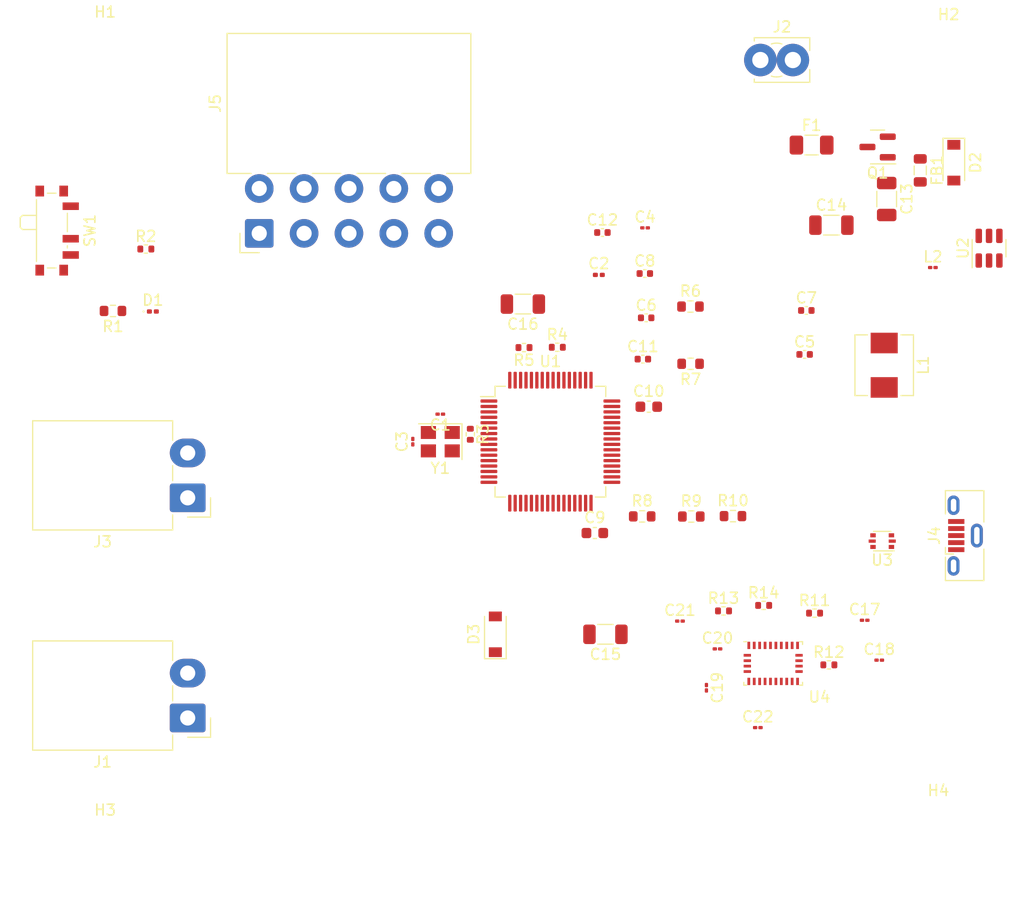
<source format=kicad_pcb>
(kicad_pcb (version 20211014) (generator pcbnew)
  (layers (0 "F.Cu" signal) (1 "In1.Cu" signal) (2 "In2.Cu" signal) (31 "B.Cu" signal) (34 "B.Paste" user) (35 "F.Paste" user) (36 "B.SilkS" user "B.Silkscreen") (37 "F.SilkS" user "F.Silkscreen") (38 "B.Mask" user) (39 "F.Mask" user) (44 "Edge.Cuts" user))
  (net 0 "")
  (net 1 "HSE_in")
  (net 2 "GND")
  (net 3 "+3V3")
  (net 4 "Net-(C3-Pad1)")
  (net 5 "+3.3VA")
  (net 6 "Net-(C9-Pad1)")
  (net 7 "Net-(C10-Pad1)")
  (net 8 "BUCK_IN")
  (net 9 "BUCK_BST")
  (net 10 "BUCK_SW")
  (net 11 "Net-(D1-Pad1)")
  (net 12 "LED_STATUS")
  (net 13 "Net-(D2-Pad1)")
  (net 14 "+5V")
  (net 15 "+12V")
  (net 16 "Net-(F1-Pad2)")
  (net 17 "i2C1_SCL")
  (net 18 "UART_TX")
  (net 19 "USB_CONN-")
  (net 20 "USB_CONN+")
  (net 23 "SWDIO")
  (net 24 "SWCLK")
  (net 25 "SWO")
  (net 28 "reset")
  (net 29 "BOOT")
  (net 30 "Net-(R2-Pad2)")
  (net 31 "HSE_out")
  (net 32 "i2C1_SDA")
  (net 33 "BUCK_OUT")
  (net 34 "BUCK_FB")
  (net 35 "Net-(R10-Pad1)")
  (net 36 "GNDIO")
  (net 56 "UART_RX")
  (net 68 "USB D-")
  (net 69 "USB D+")
  (net 77 "VDDIO")
  (net 78 "Y_OUT")
  (net 79 "Net-(C21-Pad1)")
  (net 80 "Net-(C22-Pad2)")
  (net 81 "i2C2_SDA")
  (net 82 "i2C2_SCL")
  (net 83 "Net-(R13-Pad2)")
  (net 84 "Y_IN")
  (footprint "Connector_TE-Connectivity:TE_MATE-N-LOK_1-770971-x_2x05_P4.14mm_Horizontal" (layer "F.Cu") (at 105.2072 77.2932 90)
    (fp_text reference "J5" (at 11.99 -4.06 90) (layer "F.SilkS"))
    (fp_text value "SWD")
    (fp_line (start 5.53 -2.97) (end 18.45 -2.97) (layer "F.SilkS") (width 0.12))
    (fp_line (start 5.53 -0.751199) (end 5.53 -2.97) (layer "F.SilkS") (width 0.12))
    (fp_line (start 5.53 0.751199) (end 5.53 3.388801) (layer "F.SilkS") (width 0.12))
    (fp_line (start 5.53 4.891199) (end 5.53 7.528801) (layer "F.SilkS") (width 0.12))
    (fp_line (start 18.45 19.53) (end 5.53 19.53) (layer "F.SilkS") (width 0.12))
    (fp_line (start 5.53 13.171199) (end 5.53 15.808801) (layer "F.SilkS") (width 0.12))
    (fp_line (start 18.45 -2.97) (end 18.45 19.53) (layer "F.SilkS") (width 0.12))
    (fp_line (start 5.53 19.53) (end 5.53 17.311199) (layer "F.SilkS") (width 0.12))
    (fp_line (start 5.53 9.031199) (end 5.53 11.668801) (layer "F.SilkS") (width 0.12))
    (fp_line (start -1.78 -1.78) (end -1.78 0) (layer "F.SilkS") (width 0.12))
    (fp_line (start 0 -1.78) (end -1.78 -1.78) (layer "F.SilkS") (width 0.12))
    (pad "" np_thru_hole circle (at 11.48 8.28 90) (size 3.86 3.86) (drill 3.86) (layers *.Cu *.Mask))
    (pad "1" thru_hole roundrect (at 0 0 90) (size 2.64 2.64) (drill 1.4) (layers *.Cu *.Mask) (roundrect_rratio 0.094697) (net 3 "+3V3"))
    (pad "2" thru_hole circle (at 0 4.14 90) (size 2.64 2.64) (drill 1.4) (layers *.Cu *.Mask) (net 23 "SWDIO"))
    (pad "3" thru_hole circle (at 0 8.28 90) (size 2.64 2.64) (drill 1.4) (layers *.Cu *.Mask) (net 2 "GND"))
    (pad "4" thru_hole circle (at 0 12.42 90) (size 2.64 2.64) (drill 1.4) (layers *.Cu *.Mask) (net 24 "SWCLK"))
    (pad "5" thru_hole circle (at 0 16.56 90) (size 2.64 2.64) (drill 1.4) (layers *.Cu *.Mask) (net 2 "GND"))
    (pad "6" thru_hole circle (at 4.14 0 90) (size 2.64 2.64) (drill 1.4) (layers *.Cu *.Mask) (net 25 "SWO"))
    (pad "7" thru_hole circle (at 4.14 4.14 90) (size 2.64 2.64) (drill 1.4) (layers *.Cu *.Mask))
    (pad "8" thru_hole circle (at 4.14 8.28 90) (size 2.64 2.64) (drill 1.4) (layers *.Cu *.Mask))
    (pad "9" thru_hole circle (at 4.14 12.42 90) (size 2.64 2.64) (drill 1.4) (layers *.Cu *.Mask) (net 2 "GND"))
    (pad "10" thru_hole circle (at 4.14 16.56 90) (size 2.64 2.64) (drill 1.4) (layers *.Cu *.Mask) (net 28 "reset"))
  )
  (footprint "Capacitor_SMD:C_1206_3216Metric" (layer "F.Cu") (at 158.0152 76.5357)
    (fp_text reference "C14" (at 0 -1.85) (layer "F.SilkS"))
    (fp_text value "10n")
    (fp_line (start -0.711252 -0.91) (end 0.711252 -0.91) (layer "F.SilkS") (width 0.12))
    (fp_line (start -0.711252 0.91) (end 0.711252 0.91) (layer "F.SilkS") (width 0.12))
    (pad "1" smd roundrect (at -1.475 0) (size 1.15 1.8) (layers "F.Cu" "F.Paste" "F.Mask") (roundrect_rratio 0.217391) (net 9 "BUCK_BST"))
    (pad "2" smd roundrect (at 1.475 0) (size 1.15 1.8) (layers "F.Cu" "F.Paste" "F.Mask") (roundrect_rratio 0.217391) (net 10 "BUCK_SW"))
  )
  (footprint "Capacitor_SMD:C_1206_3216Metric" (layer "F.Cu") (at 137.16 114.3 180)
    (fp_text reference "C15" (at 0 -1.85) (layer "F.SilkS"))
    (fp_text value "10u")
    (fp_line (start -0.711252 0.91) (end 0.711252 0.91) (layer "F.SilkS") (width 0.12))
    (fp_line (start -0.711252 -0.91) (end 0.711252 -0.91) (layer "F.SilkS") (width 0.12))
    (pad "1" smd roundrect (at -1.475 0 180) (size 1.15 1.8) (layers "F.Cu" "F.Paste" "F.Mask") (roundrect_rratio 0.217391) (net 3 "+3V3"))
    (pad "2" smd roundrect (at 1.475 0 180) (size 1.15 1.8) (layers "F.Cu" "F.Paste" "F.Mask") (roundrect_rratio 0.217391) (net 2 "GND"))
  )
  (footprint "Diode_SMD:D_SOD-123" (layer "F.Cu") (at 169.3164 70.7699 -90)
    (fp_text reference "D2" (at 0 -2 90) (layer "F.SilkS"))
    (fp_text value "b5819w")
    (fp_line (start -2.25 -1) (end 1.65 -1) (layer "F.SilkS") (width 0.12))
    (fp_line (start -2.25 1) (end 1.65 1) (layer "F.SilkS") (width 0.12))
    (fp_line (start -2.25 -1) (end -2.25 1) (layer "F.SilkS") (width 0.12))
    (pad "1" smd rect (at -1.65 0 270) (size 0.9 1.2) (layers "F.Cu" "F.Paste" "F.Mask") (net 13 "Net-(D2-Pad1)"))
    (pad "2" smd rect (at 1.65 0 270) (size 0.9 1.2) (layers "F.Cu" "F.Paste" "F.Mask") (net 14 "+5V"))
  )
  (footprint "Capacitor_SMD:C_01005_0402Metric" (layer "F.Cu") (at 162.433 116.6866)
    (fp_text reference "C18" (at 0 -1) (layer "F.SilkS"))
    (fp_text value "120nF")
    (pad "1" smd roundrect (at -0.25 0) (size 0.4 0.3) (layers "F.Cu" "F.Mask") (net 36 "GNDIO"))
    (pad "2" smd roundrect (at 0.25 0) (size 0.4 0.3) (layers "F.Cu" "F.Mask") (net 77 "VDDIO"))
  )
  (footprint "TerminalBlock_MetzConnect:TerminalBlock_MetzConnect_360273_1x01_Horizontal_ScrewM2.6_WireProtection" (layer "F.Cu") (at 151.4602 61.2957)
    (fp_text reference "J2" (at 2 -3.06) (layer "F.SilkS"))
    (fp_text value "Screw_Terminal_01x02")
    (fp_line (start 4.56 -2.06) (end 4.56 -0.885) (layer "F.SilkS") (width 0.12))
    (fp_line (start -0.56 1.755) (end -0.56 2.06) (layer "F.SilkS") (width 0.12))
    (fp_line (start -0.56 2.06) (end 4.56 2.06) (layer "F.SilkS") (width 0.12))
    (fp_line (start -0.56 -2.06) (end 4.56 -2.06) (layer "F.SilkS") (width 0.12))
    (fp_line (start 4.56 0.885) (end 4.56 2.06) (layer "F.SilkS") (width 0.12))
    (fp_line (start -0.56 -2.06) (end -0.56 -1.755) (layer "F.SilkS") (width 0.12))
    (fp_arc (start 1.018482 -1.484481) (mid 1.500779 -1.560623) (end 1.983 -1.484) (layer "F.SilkS") (width 0.12))
    (fp_arc (start 1.526458 1.560399) (mid 1.268555 1.543366) (end 1.017 1.484) (layer "F.SilkS") (width 0.12))
    (fp_arc (start 1.982067 1.483648) (mid 1.744038 1.540794) (end 1.5 1.56) (layer "F.SilkS") (width 0.12))
    (pad "1" thru_hole circle (at 0 0) (size 3 3) (drill 1.5) (layers *.Cu *.Mask) (net 15 "+12V"))
    (pad "1" thru_hole circle (at 3 0) (size 3 3) (drill 1.5) (layers *.Cu *.Mask) (net 15 "+12V"))
  )
  (footprint "Resistor_SMD:R_0402_1005Metric" (layer "F.Cu") (at 156.462 112.3442)
    (fp_text reference "R11" (at 0 -1.17) (layer "F.SilkS"))
    (fp_text value "2k2")
    (fp_line (start -0.153641 -0.38) (end 0.153641 -0.38) (layer "F.SilkS") (width 0.12))
    (fp_line (start -0.153641 0.38) (end 0.153641 0.38) (layer "F.SilkS") (width 0.12))
    (pad "1" smd roundrect (at -0.51 0) (size 0.54 0.64) (layers "F.Cu" "F.Paste" "F.Mask") (net 81 "i2C2_SDA"))
    (pad "2" smd roundrect (at 0.51 0) (size 0.54 0.64) (layers "F.Cu" "F.Paste" "F.Mask") (net 3 "+3V3"))
  )
  (footprint "Capacitor_SMD:C_0402_1005Metric" (layer "F.Cu") (at 136.8806 77.216)
    (fp_text reference "C12" (at 0 -1.16) (layer "F.SilkS"))
    (fp_text value "100n")
    (fp_line (start -0.107836 0.36) (end 0.107836 0.36) (layer "F.SilkS") (width 0.12))
    (fp_line (start -0.107836 -0.36) (end 0.107836 -0.36) (layer "F.SilkS") (width 0.12))
    (pad "1" smd roundrect (at -0.48 0) (size 0.56 0.62) (layers "F.Cu" "F.Paste" "F.Mask") (net 3 "+3V3"))
    (pad "2" smd roundrect (at 0.48 0) (size 0.56 0.62) (layers "F.Cu" "F.Paste" "F.Mask") (net 2 "GND"))
  )
  (footprint "Diode_SMD:D_SOD-123" (layer "F.Cu") (at 127 114.3 90)
    (fp_text reference "D3" (at 0 -2 90) (layer "F.SilkS"))
    (fp_text value "b5819w")
    (fp_line (start -2.25 -1) (end 1.65 -1) (layer "F.SilkS") (width 0.12))
    (fp_line (start -2.25 -1) (end -2.25 1) (layer "F.SilkS") (width 0.12))
    (fp_line (start -2.25 1) (end 1.65 1) (layer "F.SilkS") (width 0.12))
    (pad "1" smd rect (at -1.65 0 90) (size 0.9 1.2) (layers "F.Cu" "F.Paste" "F.Mask") (net 10 "BUCK_SW"))
    (pad "2" smd rect (at 1.65 0 90) (size 0.9 1.2) (layers "F.Cu" "F.Paste" "F.Mask") (net 2 "GND"))
  )
  (footprint "Capacitor_SMD:C_0603_1608Metric" (layer "F.Cu") (at 141.1608 93.2942)
    (fp_text reference "C10" (at 0 -1.43) (layer "F.SilkS"))
    (fp_text value "2n2")
    (fp_line (start -0.14058 -0.51) (end 0.14058 -0.51) (layer "F.SilkS") (width 0.12))
    (fp_line (start -0.14058 0.51) (end 0.14058 0.51) (layer "F.SilkS") (width 0.12))
    (pad "1" smd roundrect (at -0.775 0) (size 0.9 0.95) (layers "F.Cu" "F.Paste" "F.Mask") (net 7 "Net-(C10-Pad1)"))
    (pad "2" smd roundrect (at 0.775 0) (size 0.9 0.95) (layers "F.Cu" "F.Paste" "F.Mask") (net 2 "GND"))
  )
  (footprint "Capacitor_SMD:C_01005_0402Metric" (layer "F.Cu") (at 161.0868 113.0046)
    (fp_text reference "C17" (at 0 -1) (layer "F.SilkS"))
    (fp_text value "6.8nF")
    (pad "1" smd roundrect (at -0.25 0) (size 0.4 0.3) (layers "F.Cu" "F.Mask") (net 36 "GNDIO"))
    (pad "2" smd roundrect (at 0.25 0) (size 0.4 0.3) (layers "F.Cu" "F.Mask") (net 77 "VDDIO"))
  )
  (footprint "Capacitor_SMD:C_01005_0402Metric" (layer "F.Cu") (at 151.2272 122.9106)
    (fp_text reference "C22" (at 0 -1) (layer "F.SilkS"))
    (fp_text value "100nF")
    (pad "1" smd roundrect (at -0.25 0) (size 0.4 0.3) (layers "F.Cu" "F.Mask") (net 2 "GND"))
    (pad "2" smd roundrect (at 0.25 0) (size 0.4 0.3) (layers "F.Cu" "F.Mask") (net 80 "Net-(C22-Pad2)"))
  )
  (footprint "Capacitor_SMD:C_0201_0603Metric" (layer "F.Cu") (at 136.5504 81.1276)
    (fp_text reference "C2" (at 0 -1.05) (layer "F.SilkS"))
    (fp_text value "4u7")
    (pad "1" smd roundrect (at -0.32 0) (size 0.46 0.4) (layers "F.Cu" "F.Mask") (net 3 "+3V3"))
    (pad "2" smd roundrect (at 0.32 0) (size 0.46 0.4) (layers "F.Cu" "F.Mask") (net 2 "GND"))
  )
  (footprint "Fuse:Fuse_1206_3216Metric" (layer "F.Cu") (at 156.1876 69.1443)
    (fp_text reference "F1" (at 0 -1.82) (layer "F.SilkS"))
    (fp_text value "250mA")
    (fp_line (start -0.602064 -0.91) (end 0.602064 -0.91) (layer "F.SilkS") (width 0.12))
    (fp_line (start -0.602064 0.91) (end 0.602064 0.91) (layer "F.SilkS") (width 0.12))
    (pad "1" smd roundrect (at -1.4 0) (size 1.25 1.75) (layers "F.Cu" "F.Paste" "F.Mask") (roundrect_rratio 0.2) (net 15 "+12V"))
    (pad "2" smd roundrect (at 1.4 0) (size 1.25 1.75) (layers "F.Cu" "F.Paste" "F.Mask") (roundrect_rratio 0.2) (net 16 "Net-(F1-Pad2)"))
  )
  (footprint "Capacitor_SMD:C_1206_3216Metric" (layer "F.Cu") (at 129.54 83.82 180)
    (fp_text reference "C16" (at 0 -1.85) (layer "F.SilkS"))
    (fp_text value "10u")
    (fp_line (start -0.711252 0.91) (end 0.711252 0.91) (layer "F.SilkS") (width 0.12))
    (fp_line (start -0.711252 -0.91) (end 0.711252 -0.91) (layer "F.SilkS") (width 0.12))
    (pad "1" smd roundrect (at -1.475 0 180) (size 1.15 1.8) (layers "F.Cu" "F.Paste" "F.Mask") (roundrect_rratio 0.217391) (net 3 "+3V3"))
    (pad "2" smd roundrect (at 1.475 0 180) (size 1.15 1.8) (layers "F.Cu" "F.Paste" "F.Mask") (roundrect_rratio 0.217391) (net 2 "GND"))
  )
  (footprint "Capacitor_SMD:C_0402_1005Metric" (layer "F.Cu") (at 140.7948 81.0006)
    (fp_text reference "C8" (at 0 -1.16) (layer "F.SilkS"))
    (fp_text value "100n")
    (fp_line (start -0.107836 -0.36) (end 0.107836 -0.36) (layer "F.SilkS") (width 0.12))
    (fp_line (start -0.107836 0.36) (end 0.107836 0.36) (layer "F.SilkS") (width 0.12))
    (pad "1" smd roundrect (at -0.48 0) (size 0.56 0.62) (layers "F.Cu" "F.Paste" "F.Mask") (net 3 "+3V3"))
    (pad "2" smd roundrect (at 0.48 0) (size 0.56 0.62) (layers "F.Cu" "F.Paste" "F.Mask") (net 2 "GND"))
  )
  (footprint "Resistor_SMD:R_0603_1608Metric" (layer "F.Cu") (at 148.9338 103.3914)
    (fp_text reference "R10" (at 0 -1.43) (layer "F.SilkS"))
    (fp_text value "270r")
    (fp_line (start -0.237258 -0.5225) (end 0.237258 -0.5225) (layer "F.SilkS") (width 0.12))
    (fp_line (start -0.237258 0.5225) (end 0.237258 0.5225) (layer "F.SilkS") (width 0.12))
    (pad "1" smd roundrect (at -0.825 0) (size 0.8 0.95) (layers "F.Cu" "F.Paste" "F.Mask") (net 35 "Net-(R10-Pad1)"))
    (pad "2" smd roundrect (at 0.825 0) (size 0.8 0.95) (layers "F.Cu" "F.Paste" "F.Mask") (net 2 "GND"))
  )
  (footprint "Inductor_SMD:L_01005_0402Metric" (layer "F.Cu") (at 167.3816 80.4473)
    (fp_text reference "L2" (at 0 -1) (layer "F.SilkS"))
    (fp_text value "10uh")
    (pad "1" smd roundrect (at -0.25 0) (size 0.4 0.3) (layers "F.Cu" "F.Mask") (net 10 "BUCK_SW"))
    (pad "2" smd roundrect (at 0.25 0) (size 0.4 0.3) (layers "F.Cu" "F.Mask") (net 3 "+3V3"))
  )
  (footprint "Inductor_SMD:L_0805_2012Metric" (layer "F.Cu") (at 166.2176 71.4811 -90)
    (fp_text reference "FB1" (at 0 -1.55 90) (layer "F.SilkS"))
    (fp_text value "FerriteBead_Small")
    (fp_line (start -0.399622 -0.56) (end 0.399622 -0.56) (layer "F.SilkS") (width 0.12))
    (fp_line (start -0.399622 0.56) (end 0.399622 0.56) (layer "F.SilkS") (width 0.12))
    (pad "1" smd roundrect (at -1.0625 0 270) (size 0.875 1.2) (layers "F.Cu" "F.Paste" "F.Mask") (net 13 "Net-(D2-Pad1)"))
    (pad "2" smd roundrect (at 1.0625 0 270) (size 0.875 1.2) (layers "F.Cu" "F.Paste" "F.Mask") (net 8 "BUCK_IN"))
  )
  (footprint "Capacitor_SMD:C_0402_1005Metric" (layer "F.Cu") (at 140.9192 85.09)
    (fp_text reference "C6" (at 0 -1.16) (layer "F.SilkS"))
    (fp_text value "100n")
    (fp_line (start -0.107836 0.36) (end 0.107836 0.36) (layer "F.SilkS") (width 0.12))
    (fp_line (start -0.107836 -0.36) (end 0.107836 -0.36) (layer "F.SilkS") (width 0.12))
    (pad "1" smd roundrect (at -0.48 0) (size 0.56 0.62) (layers "F.Cu" "F.Paste" "F.Mask") (net 3 "+3V3"))
    (pad "2" smd roundrect (at 0.48 0) (size 0.56 0.62) (layers "F.Cu" "F.Paste" "F.Mask") (net 2 "GND"))
  )
  (footprint "Resistor_SMD:R_0603_1608Metric" (layer "F.Cu") (at 145.0086 84.0486)
    (fp_text reference "R6" (at 0 -1.43) (layer "F.SilkS"))
    (fp_text value "100k")
    (fp_line (start -0.237258 0.5225) (end 0.237258 0.5225) (layer "F.SilkS") (width 0.12))
    (fp_line (start -0.237258 -0.5225) (end 0.237258 -0.5225) (layer "F.SilkS") (width 0.12))
    (pad "1" smd roundrect (at -0.825 0) (size 0.8 0.95) (layers "F.Cu" "F.Paste" "F.Mask") (net 8 "BUCK_IN"))
    (pad "2" smd roundrect (at 0.825 0) (size 0.8 0.95) (layers "F.Cu" "F.Paste" "F.Mask") (net 33 "BUCK_OUT"))
  )
  (footprint "Capacitor_SMD:C_0603_1608Metric" (layer "F.Cu") (at 136.1824 104.9528)
    (fp_text reference "C9" (at 0 -1.43) (layer "F.SilkS"))
    (fp_text value "2n2")
    (fp_line (start -0.14058 0.51) (end 0.14058 0.51) (layer "F.SilkS") (width 0.12))
    (fp_line (start -0.14058 -0.51) (end 0.14058 -0.51) (layer "F.SilkS") (width 0.12))
    (pad "1" smd roundrect (at -0.775 0) (size 0.9 0.95) (layers "F.Cu" "F.Paste" "F.Mask") (net 6 "Net-(C9-Pad1)"))
    (pad "2" smd roundrect (at 0.775 0) (size 0.9 0.95) (layers "F.Cu" "F.Paste" "F.Mask") (net 2 "GND"))
  )
  (footprint "LED_SMD:LED_0201_0603Metric" (layer "F.Cu") (at 95.3876 84.5058)
    (fp_text reference "D1" (at 0 -1.05) (layer "F.SilkS"))
    (fp_text value "Blue")
    (fp_circle (center -0.86 0) (end -0.81 0) (layer "F.SilkS") (width 0.1) (fill none))
    (pad "1" smd roundrect (at -0.32 0) (size 0.46 0.4) (layers "F.Cu" "F.Mask") (net 11 "Net-(D1-Pad1)"))
    (pad "2" smd roundrect (at 0.32 0) (size 0.46 0.4) (layers "F.Cu" "F.Mask") (net 12 "LED_STATUS"))
  )
  (footprint "Capacitor_SMD:C_0402_1005Metric" (layer "F.Cu") (at 155.702 84.4097)
    (fp_text reference "C7" (at 0 -1.16) (layer "F.SilkS"))
    (fp_text value "10n")
    (fp_line (start -0.107836 0.36) (end 0.107836 0.36) (layer "F.SilkS") (width 0.12))
    (fp_line (start -0.107836 -0.36) (end 0.107836 -0.36) (layer "F.SilkS") (width 0.12))
    (pad "1" smd roundrect (at -0.48 0) (size 0.56 0.62) (layers "F.Cu" "F.Paste" "F.Mask") (net 5 "+3.3VA"))
    (pad "2" smd roundrect (at 0.48 0) (size 0.56 0.62) (layers "F.Cu" "F.Paste" "F.Mask") (net 2 "GND"))
  )
  (footprint "Resistor_SMD:R_0603_1608Metric" (layer "F.Cu") (at 145.0848 103.4288)
    (fp_text reference "R9" (at 0 -1.43) (layer "F.SilkS"))
    (fp_text value "15")
    (fp_line (start -0.237258 -0.5225) (end 0.237258 -0.5225) (layer "F.SilkS") (width 0.12))
    (fp_line (start -0.237258 0.5225) (end 0.237258 0.5225) (layer "F.SilkS") (width 0.12))
    (pad "1" smd roundrect (at -0.825 0) (size 0.8 0.95) (layers "F.Cu" "F.Paste" "F.Mask") (net 34 "BUCK_FB"))
    (pad "2" smd roundrect (at 0.825 0) (size 0.8 0.95) (layers "F.Cu" "F.Paste" "F.Mask") (net 35 "Net-(R10-Pad1)"))
  )
  (footprint "MountingHole:MountingHole_3.2mm_M3" (layer "F.Cu") (at 168.8402 61.2957)
    (fp_text reference "H2" (at 0 -4.2) (layer "F.SilkS"))
    (fp_text value "MountingHole_Pad")
    (pad "" np_thru_hole circle (at 0 0) (size 3.2 3.2) (drill 3.2) (layers *.Cu *.Mask))
  )
  (footprint "Resistor_SMD:R_0402_1005Metric" (layer "F.Cu") (at 129.6436 87.8332 180)
    (fp_text reference "R5" (at 0 -1.17) (layer "F.SilkS"))
    (fp_text value "2k2")
    (fp_line (start -0.153641 0.38) (end 0.153641 0.38) (layer "F.SilkS") (width 0.12))
    (fp_line (start -0.153641 -0.38) (end 0.153641 -0.38) (layer "F.SilkS") (width 0.12))
    (pad "1" smd roundrect (at -0.51 0 180) (size 0.54 0.64) (layers "F.Cu" "F.Paste" "F.Mask") (net 32 "i2C1_SDA"))
    (pad "2" smd roundrect (at 0.51 0 180) (size 0.54 0.64) (layers "F.Cu" "F.Paste" "F.Mask") (net 3 "+3V3"))
  )
  (footprint "Capacitor_SMD:C_01005_0402Metric" (layer "F.Cu") (at 119.38 96.52 90)
    (fp_text reference "C3" (at 0 -1 90) (layer "F.SilkS"))
    (fp_text value "12p")
    (pad "1" smd roundrect (at -0.25 0 90) (size 0.4 0.3) (layers "F.Cu" "F.Mask") (net 4 "Net-(C3-Pad1)"))
    (pad "2" smd roundrect (at 0.25 0 90) (size 0.4 0.3) (layers "F.Cu" "F.Mask") (net 2 "GND"))
  )
  (footprint "Capacitor_SMD:C_01005_0402Metric" (layer "F.Cu") (at 146.4818 119.232 -90)
    (fp_text reference "C19" (at 0 -1 90) (layer "F.SilkS"))
    (fp_text value "100nF")
    (pad "1" smd roundrect (at -0.25 0 270) (size 0.4 0.3) (layers "F.Cu" "F.Mask") (net 3 "+3V3"))
    (pad "2" smd roundrect (at 0.25 0 270) (size 0.4 0.3) (layers "F.Cu" "F.Mask") (net 2 "GND"))
  )
  (footprint "Capacitor_SMD:C_0402_1005Metric" (layer "F.Cu") (at 140.6144 88.9)
    (fp_text reference "C11" (at 0 -1.16) (layer "F.SilkS"))
    (fp_text value "100n")
    (fp_line (start -0.107836 0.36) (end 0.107836 0.36) (layer "F.SilkS") (width 0.12))
    (fp_line (start -0.107836 -0.36) (end 0.107836 -0.36) (layer "F.SilkS") (width 0.12))
    (pad "1" smd roundrect (at -0.48 0) (size 0.56 0.62) (layers "F.Cu" "F.Paste" "F.Mask") (net 3 "+3V3"))
    (pad "2" smd roundrect (at 0.48 0) (size 0.56 0.62) (layers "F.Cu" "F.Paste" "F.Mask") (net 2 "GND"))
  )
  (footprint "Inductor_SMD:L_Sunlord_MWSA0518_5.4x5.2mm" (layer "F.Cu") (at 162.8902 89.4643 -90)
    (fp_text reference "L1" (at 0 -3.6 90) (layer "F.SilkS"))
    (fp_text value "39h")
    (fp_line (start -2.8 2.7) (end -2.8 1.55) (layer "F.SilkS") (width 0.12))
    (fp_line (start -2.8 -2.7) (end -2.8 -1.55) (layer "F.SilkS") (width 0.12))
    (fp_line (start -2.8 2.7) (end 2.8 2.7) (layer "F.SilkS") (width 0.12))
    (fp_line (start -2.8 -2.7) (end 2.8 -2.7) (layer "F.SilkS") (width 0.12))
    (fp_line (start 2.8 -2.7) (end 2.8 -1.55) (layer "F.SilkS") (width 0.12))
    (fp_line (start 2.8 2.7) (end 2.8 1.55) (layer "F.SilkS") (width 0.12))
    (pad "1" smd rect (at -2.05 0 270) (size 1.9 2.5) (layers "F.Cu" "F.Paste" "F.Mask") (net 3 "+3V3"))
    (pad "2" smd rect (at 2.05 0 270) (size 1.9 2.5) (layers "F.Cu" "F.Paste" "F.Mask") (net 5 "+3.3VA"))
  )
  (footprint "MountingHole:MountingHole_3.2mm_M3" (layer "F.Cu") (at 167.894 132.9182)
    (fp_text reference "H4" (at 0 -4.2) (layer "F.SilkS"))
    (fp_text value "MountingHole_Pad")
    (pad "" np_thru_hole circle (at 0 0) (size 3.2 3.2) (drill 3.2) (layers *.Cu *.Mask))
  )
  (footprint "Resistor_SMD:R_0603_1608Metric" (layer "F.Cu") (at 145.0208 89.3318 180)
    (fp_text reference "R7" (at 0 -1.43) (layer "F.SilkS"))
    (fp_text value "68k")
    (fp_line (start -0.237258 -0.5225) (end 0.237258 -0.5225) (layer "F.SilkS") (width 0.12))
    (fp_line (start -0.237258 0.5225) (end 0.237258 0.5225) (layer "F.SilkS") (width 0.12))
    (pad "1" smd roundrect (at -0.825 0 180) (size 0.8 0.95) (layers "F.Cu" "F.Paste" "F.Mask") (net 33 "BUCK_OUT"))
    (pad "2" smd roundrect (at 0.825 0 180) (size 0.8 0.95) (layers "F.Cu" "F.Paste" "F.Mask") (net 2 "GND"))
  )
  (footprint "Capacitor_SMD:C_01005_0402Metric" (layer "F.Cu") (at 140.8176 76.7842)
    (fp_text reference "C4" (at 0 -1) (layer "F.SilkS"))
    (fp_text value "100n")
    (pad "1" smd roundrect (at -0.25 0) (size 0.4 0.3) (layers "F.Cu" "F.Mask") (net 3 "+3V3"))
    (pad "2" smd roundrect (at 0.25 0) (size 0.4 0.3) (layers "F.Cu" "F.Mask") (net 2 "GND"))
  )
  (footprint "Button_Switch_SMD:SW_SPDT_PCM12" (layer "F.Cu") (at 86.3778 77.0382 -90)
    (fp_text reference "SW1" (at 0 -3.2 90) (layer "F.SilkS"))
    (fp_text value "SW_SPDT")
    (fp_line (start 3.45 0.72) (end 3.45 -0.07) (layer "F.SilkS") (width 0.12))
    (fp_line (start -1.4 3.02) (end -1.2 3.23) (layer "F.SilkS") (width 0.12))
    (fp_line (start -0.1 3.02) (end -0.3 3.23) (layer "F.SilkS") (width 0.12))
    (fp_line (start -1.2 3.23) (end -0.3 3.23) (layer "F.SilkS") (width 0.12))
    (fp_line (start 1.4 -1.12) (end 1.6 -1.12) (layer "F.SilkS") (width 0.12))
    (fp_line (start -2.85 1.73) (end 2.85 1.73) (layer "F.SilkS") (width 0.12))
    (fp_line (start -1.4 1.73) (end -1.4 3.02) (layer "F.SilkS") (width 0.12))
    (fp_line (start -1.6 -1.12) (end 0.1 -1.12) (layer "F.SilkS") (width 0.12))
    (fp_line (start -0.1 3.02) (end -0.1 1.73) (layer "F.SilkS") (width 0.12))
    (fp_line (start -3.45 -0.07) (end -3.45 0.72) (layer "F.SilkS") (width 0.12))
    (pad "" smd rect (at -3.65 1.43 270) (size 1 0.8) (layers "F.Cu" "F.Paste" "F.Mask"))
    (pad "" smd rect (at 3.65 1.43 270) (size 1 0.8) (layers "F.Cu" "F.Paste" "F.Mask"))
    (pad "" np_thru_hole circle (at -1.5 0.33 270) (size 0.9 0.9) (drill 0.9) (layers *.Cu *.Mask))
    (pad "" smd rect (at -3.65 -0.78 270) (size 1 0.8) (layers "F.Cu" "F.Paste" "F.Mask"))
    (pad "" smd rect (at 3.65 -0.78 270) (size 1 0.8) (layers "F.Cu" "F.Paste" "F.Mask"))
    (pad "" np_thru_hole circle (at 1.5 0.33 270) (size 0.9 0.9) (drill 0.9) (layers *.Cu *.Mask))
    (pad "1" smd rect (at -2.25 -1.43 270) (size 0.7 1.5) (layers "F.Cu" "F.Paste" "F.Mask") (net 3 "+3V3"))
    (pad "2" smd rect (at 0.75 -1.43 270) (size 0.7 1.5) (layers "F.Cu" "F.Paste" "F.Mask") (net 30 "Net-(R2-Pad2)"))
    (pad "3" smd rect (at 2.25 -1.43 270) (size 0.7 1.5) (layers "F.Cu" "F.Paste" "F.Mask") (net 2 "GND"))
  )
  (footprint "Resistor_SMD:R_0603_1608Metric" (layer "F.Cu") (at 91.7072 84.455 180)
    (fp_text reference "R1" (at 0 -1.43) (layer "F.SilkS"))
    (fp_text value "1k5")
    (fp_line (start -0.237258 -0.5225) (end 0.237258 -0.5225) (layer "F.SilkS") (width 0.12))
    (fp_line (start -0.237258 0.5225) (end 0.237258 0.5225) (layer "F.SilkS") (width 0.12))
    (pad "1" smd roundrect (at -0.825 0 180) (size 0.8 0.95) (layers "F.Cu" "F.Paste" "F.Mask") (net 11 "Net-(D1-Pad1)"))
    (pad "2" smd roundrect (at 0.825 0 180) (size 0.8 0.95) (layers "F.Cu" "F.Paste" "F.Mask") (net 2 "GND"))
  )
  (footprint "Package_TO_SOT_SMD:SOT-666" (layer "F.Cu") (at 162.707 105.6995 180)
    (fp_text reference "U3" (at 0 -1.75) (layer "F.SilkS"))
    (fp_text value "USBLC6-2P6")
    (fp_line (start 0.8 -0.9) (end -1.1 -0.9) (layer "F.SilkS") (width 0.12))
    (fp_line (start -0.8 0.9) (end 0.8 0.9) (layer "F.SilkS") (width 0.12))
    (pad "1" smd rect (at -0.85 -0.5375 180) (size 0.5 0.375) (layers "F.Cu" "F.Paste" "F.Mask") (net 19 "USB_CONN-"))
    (pad "2" smd rect (at -0.925 0 180) (size 0.65 0.3) (layers "F.Cu" "F.Paste" "F.Mask") (net 2 "GND"))
    (pad "3" smd rect (at -0.85 0.5375 180) (size 0.5 0.375) (layers "F.Cu" "F.Paste" "F.Mask") (net 20 "USB_CONN+"))
    (pad "4" smd rect (at 0.85 0.5375 180) (size 0.5 0.375) (layers "F.Cu" "F.Paste" "F.Mask") (net 69 "USB D+"))
    (pad "5" smd rect (at 0.925 0 180) (size 0.65 0.3) (layers "F.Cu" "F.Paste" "F.Mask") (net 14 "+5V"))
    (pad "6" smd rect (at 0.85 -0.5375 180) (size 0.5 0.375) (layers "F.Cu" "F.Paste" "F.Mask") (net 68 "USB D-"))
  )
  (footprint "Resistor_SMD:R_0402_1005Metric" (layer "F.Cu") (at 132.717 87.8078)
    (fp_text reference "R4" (at 0 -1.17) (layer "F.SilkS"))
    (fp_text value "2k2")
    (fp_line (start -0.153641 -0.38) (end 0.153641 -0.38) (layer "F.SilkS") (width 0.12))
    (fp_line (start -0.153641 0.38) (end 0.153641 0.38) (layer "F.SilkS") (width 0.12))
    (pad "1" smd roundrect (at -0.51 0) (size 0.54 0.64) (layers "F.Cu" "F.Paste" "F.Mask") (net 17 "i2C1_SCL"))
    (pad "2" smd roundrect (at 0.51 0) (size 0.54 0.64) (layers "F.Cu" "F.Paste" "F.Mask") (net 3 "+3V3"))
  )
  (footprint "Crystal:Crystal_SMD_3225-4Pin_3.2x2.5mm" (layer "F.Cu") (at 121.92 96.52 180)
    (fp_text reference "Y1" (at 0 -2.45) (layer "F.SilkS"))
    (fp_text value "16MHz")
    (fp_line (start -2 -1.65) (end -2 1.65) (layer "F.SilkS") (width 0.12))
    (fp_line (start -2 1.65) (end 2 1.65) (layer "F.SilkS") (width 0.12))
    (pad "1" smd rect (at -1.1 0.85 180) (size 1.4 1.2) (layers "F.Cu" "F.Paste" "F.Mask") (net 1 "HSE_in"))
    (pad "2" smd rect (at 1.1 0.85 180) (size 1.4 1.2) (layers "F.Cu" "F.Paste" "F.Mask") (net 2 "GND"))
    (pad "3" smd rect (at 1.1 -0.85 180) (size 1.4 1.2) (layers "F.Cu" "F.Paste" "F.Mask") (net 4 "Net-(C3-Pad1)"))
    (pad "4" smd rect (at -1.1 -0.85 180) (size 1.4 1.2) (layers "F.Cu" "F.Paste" "F.Mask") (net 2 "GND"))
  )
  (footprint "Resistor_SMD:R_0402_1005Metric" (layer "F.Cu") (at 94.74 78.74)
    (fp_text reference "R2" (at 0 -1.17) (layer "F.SilkS"))
    (fp_text value "10K")
    (fp_line (start -0.153641 -0.38) (end 0.153641 -0.38) (layer "F.SilkS") (width 0.12))
    (fp_line (start -0.153641 0.38) (end 0.153641 0.38) (layer "F.SilkS") (width 0.12))
    (pad "1" smd roundrect (at -0.51 0) (size 0.54 0.64) (layers "F.Cu" "F.Paste" "F.Mask") (net 29 "BOOT"))
    (pad "2" smd roundrect (at 0.51 0) (size 0.54 0.64) (layers "F.Cu" "F.Paste" "F.Mask") (net 30 "Net-(R2-Pad2)"))
  )
  (footprint "Resistor_SMD:R_0402_1005Metric" (layer "F.Cu") (at 124.6886 95.8362 -90)
    (fp_text reference "R3" (at 0 -1.17 90) (layer "F.SilkS"))
    (fp_text value "47R")
    (fp_line (start -0.153641 -0.38) (end 0.153641 -0.38) (layer "F.SilkS") (width 0.12))
    (fp_line (start -0.153641 0.38) (end 0.153641 0.38) (layer "F.SilkS") (width 0.12))
    (pad "1" smd roundrect (at -0.51 0 270) (size 0.54 0.64) (layers "F.Cu" "F.Paste" "F.Mask") (net 31 "HSE_out"))
    (pad "2" smd roundrect (at 0.51 0 270) (size 0.54 0.64) (layers "F.Cu" "F.Paste" "F.Mask") (net 4 "Net-(C3-Pad1)"))
  )
  (footprint "Connector_TE-Connectivity:TE_MATE-N-LOK_1-770966-x_1x02_P4.14mm_Horizontal" (layer "F.Cu") (at 98.6028 122.0216 180)
    (fp_text reference "J1" (at 7.85 -4.06) (layer "F.SilkS"))
    (fp_text value "i2C")
    (fp_line (start 14.31 7.11) (end 1.39 7.11) (layer "F.SilkS") (width 0.12))
    (fp_line (start -2.11 -1.78) (end -2.11 0) (layer "F.SilkS") (width 0.12))
    (fp_line (start 1.39 7.11) (end 1.39 5.311665) (layer "F.SilkS") (width 0.12))
    (fp_line (start 1.39 1.58) (end 1.39 2.968335) (layer "F.SilkS") (width 0.12))
    (fp_line (start 0 -1.78) (end -2.11 -1.78) (layer "F.SilkS") (width 0.12))
    (fp_line (start 1.39 -2.97) (end 14.31 -2.97) (layer "F.SilkS") (width 0.12))
    (fp_line (start 14.31 -2.97) (end 14.31 7.11) (layer "F.SilkS") (width 0.12))
    (fp_line (start 1.39 -1.58) (end 1.39 -2.97) (layer "F.SilkS") (width 0.12))
    (pad "" np_thru_hole circle (at 7.34 2.07 180) (size 3.86 3.86) (drill 3.86) (layers *.Cu *.Mask))
    (pad "1" thru_hole roundrect (at 0 0 180) (size 3.3 2.64) (drill 1.4) (layers *.Cu *.Mask) (roundrect_rratio 0.094697) (net 3 "+3V3"))
    (pad "2" thru_hole oval (at 0 4.14 180) (size 3.3 2.64) (drill 1.4) (layers *.Cu *.Mask) (net 17 "i2C1_SCL"))
  )
  (footprint "Connector_USB:USB_Micro-B_Molex-105133-0001" (layer "F.Cu") (at 170.366 105.1874 90)
    (fp_text reference "J4" (at 0 -2.85 90) (layer "F.SilkS"))
    (fp_text value "USB_B_Micro")
    (fp_line (start 4.15 -1.825) (end 4.15 1.725) (layer "F.SilkS") (width 0.12))
    (fp_line (start -1.7 -1.075) (end -1.7 -1.825) (layer "F.SilkS") (width 0.12))
    (fp_line (start 2 -1.825) (end 4.15 -1.825) (layer "F.SilkS") (width 0.12))
    (fp_line (start -2 -1.825) (end -4.15 -1.825) (layer "F.SilkS") (width 0.12))
    (fp_line (start 4.15 1.725) (end 1.25 1.725) (layer "F.SilkS") (width 0.12))
    (fp_line (start -1.7 -1.825) (end -1.1 -1.825) (layer "F.SilkS") (width 0.12))
    (fp_line (start -4.15 -1.825) (end -4.15 1.725) (layer "F.SilkS") (width 0.12))
    (fp_line (start -4.15 1.725) (end -1.25 1.725) (layer "F.SilkS") (width 0.12))
    (pad "1" smd rect (at -1.3 -0.825 90) (size 0.45 1.5) (layers "F.Cu" "F.Paste" "F.Mask") (net 14 "+5V"))
    (pad "2" smd rect (at -0.65 -0.825 90) (size 0.45 1.5) (layers "F.Cu" "F.Paste" "F.Mask") (net 19 "USB_CONN-"))
    (pad "3" smd rect (at 0 -0.825 90) (size 0.45 1.5) (layers "F.Cu" "F.Paste" "F.Mask") (net 20 "USB_CONN+"))
    (pad "4" smd rect (at 0.65 -0.825 90) (size 0.45 1.5) (layers "F.Cu" "F.Paste" "F.Mask"))
    (pad "5" smd rect (at 1.3 -0.825 90) (size 0.45 1.5) (layers "F.Cu" "F.Paste" "F.Mask") (net 2 "GND"))
    (pad "6" thru_hole oval (at 2.8 -1.075 90) (size 1.8 1.1) (drill oval 1.2 0.5) (layers *.Cu *.Mask))
    (pad "6" thru_hole oval (at 0 1.075 90) (size 2.2 1.1) (drill oval 1.6 0.5) (layers *.Cu *.Mask))
    (pad "6" thru_hole oval (at -2.8 -1.075 90) (size 1.8 1.1) (drill oval 1.2 0.5) (layers *.Cu *.Mask))
  )
  (footprint "Capacitor_SMD:C_0402_1005Metric" (layer "F.Cu") (at 155.5456 88.4671)
    (fp_text reference "C5" (at 0 -1.16) (layer "F.SilkS"))
    (fp_text value "1u")
    (fp_line (start -0.107836 0.36) (end 0.107836 0.36) (layer "F.SilkS") (width 0.12))
    (fp_line (start -0.107836 -0.36) (end 0.107836 -0.36) (layer "F.SilkS") (width 0.12))
    (pad "1" smd roundrect (at -0.48 0) (size 0.56 0.62) (layers "F.Cu" "F.Paste" "F.Mask") (net 5 "+3.3VA"))
    (pad "2" smd roundrect (at 0.48 0) (size 0.56 0.62) (layers "F.Cu" "F.Paste" "F.Mask") (net 2 "GND"))
  )
  (footprint "Package_TO_SOT_SMD:SOT-23" (layer "F.Cu") (at 162.2806 69.3221 180)
    (fp_text reference "Q1" (at 0 -2.4) (layer "F.SilkS"))
    (fp_text value "AO3401A")
    (fp_line (start 0 -1.56) (end -1.675 -1.56) (layer "F.SilkS") (width 0.12))
    (fp_line (start 0 1.56) (end -0.65 1.56) (layer "F.SilkS") (width 0.12))
    (fp_line (start 0 -1.56) (end 0.65 -1.56) (layer "F.SilkS") (width 0.12))
    (fp_line (start 0 1.56) (end 0.65 1.56) (layer "F.SilkS") (width 0.12))
    (pad "1" smd roundrect (at -0.9375 -0.95 180) (size 1.475 0.6) (layers "F.Cu" "F.Paste" "F.Mask") (net 2 "GND"))
    (pad "2" smd roundrect (at -0.9375 0.95 180) (size 1.475 0.6) (layers "F.Cu" "F.Paste" "F.Mask") (net 13 "Net-(D2-Pad1)"))
    (pad "3" smd roundrect (at 0.9375 0 180) (size 1.475 0.6) (layers "F.Cu" "F.Paste" "F.Mask") (net 16 "Net-(F1-Pad2)"))
  )
  (footprint "Package_QFP:LQFP-64_10x10mm_P0.5mm" (layer "F.Cu") (at 132.08 96.52)
    (fp_text reference "U1" (at 0 -7.4) (layer "F.SilkS"))
    (fp_text value "STM32F405RGT6")
    (fp_line (start 4.16 5.11) (end 5.11 5.11) (layer "F.SilkS") (width 0.12))
    (fp_line (start 4.16 -5.11) (end 5.11 -5.11) (layer "F.SilkS") (width 0.12))
    (fp_line (start -5.11 5.11) (end -5.11 4.16) (layer "F.SilkS") (width 0.12))
    (fp_line (start -5.11 -5.11) (end -5.11 -4.16) (layer "F.SilkS") (width 0.12))
    (fp_line (start 5.11 5.11) (end 5.11 4.16) (layer "F.SilkS") (width 0.12))
    (fp_line (start -5.11 -4.16) (end -6.45 -4.16) (layer "F.SilkS") (width 0.12))
    (fp_line (start 5.11 -5.11) (end 5.11 -4.16) (layer "F.SilkS") (width 0.12))
    (fp_line (start -4.16 5.11) (end -5.11 5.11) (layer "F.SilkS") (width 0.12))
    (fp_line (start -4.16 -5.11) (end -5.11 -5.11) (layer "F.SilkS") (width 0.12))
    (pad "1" smd roundrect (at -5.675 -3.75) (size 1.55 0.3) (layers "F.Cu" "F.Paste" "F.Mask") (net 3 "+3V3"))
    (pad "2" smd roundrect (at -5.675 -3.25) (size 1.55 0.3) (layers "F.Cu" "F.Paste" "F.Mask"))
    (pad "3" smd roundrect (at -5.675 -2.75) (size 1.55 0.3) (layers "F.Cu" "F.Paste" "F.Mask"))
    (pad "4" smd roundrect (at -5.675 -2.25) (size 1.55 0.3) (layers "F.Cu" "F.Paste" "F.Mask"))
    (pad "5" smd roundrect (at -5.675 -1.75) (size 1.55 0.3) (layers "F.Cu" "F.Paste" "F.Mask") (net 1 "HSE_in"))
    (pad "6" smd roundrect (at -5.675 -1.25) (size 1.55 0.3) (layers "F.Cu" "F.Paste" "F.Mask") (net 31 "HSE_out"))
    (pad "7" smd roundrect (at -5.675 -0.75) (size 1.55 0.3) (layers "F.Cu" "F.Paste" "F.Mask") (net 28 "reset"))
    (pad "8" smd roundrect (at -5.675 -0.25) (size 1.55 0.3) (layers "F.Cu" "F.Paste" "F.Mask"))
    (pad "9" smd roundrect (at -5.675 0.25) (size 1.55 0.3) (layers "F.Cu" "F.Paste" "F.Mask"))
    (pad "10" smd roundrect (at -5.675 0.75) (size 1.55 0.3) (layers "F.Cu" "F.Paste" "F.Mask"))
    (pad "11" smd roundrect (at -5.675 1.25) (size 1.55 0.3) (layers "F.Cu" "F.Paste" "F.Mask"))
    (pad "12" smd roundrect (at -5.675 1.75) (size 1.55 0.3) (layers "F.Cu" "F.Paste" "F.Mask") (net 2 "GND"))
    (pad "13" smd roundrect (at -5.675 2.25) (size 1.55 0.3) (layers "F.Cu" "F.Paste" "F.Mask") (net 5 "+3.3VA"))
    (pad "14" smd roundrect (at -5.675 2.75) (size 1.55 0.3) (layers "F.Cu" "F.Paste" "F.Mask"))
    (pad "15" smd roundrect (at -5.675 3.25) (size 1.55 0.3) (layers "F.Cu" "F.Paste" "F.Mask"))
    (pad "16" smd roundrect (at -5.675 3.75) (size 1.55 0.3) (layers "F.Cu" "F.Paste" "F.Mask") (net 12 "LED_STATUS"))
    (pad "17" smd roundrect (at -3.75 5.675) (size 0.3 1.55) (layers "F.Cu" "F.Paste" "F.Mask"))
    (pad "18" smd roundrect (at -3.25 5.675) (size 0.3 1.55) (layers "F.Cu" "F.Paste" "F.Mask") (net 2 "GND"))
    (pad "19" smd roundrect (at -2.75 5.675) (size 0.3 1.55) (layers "F.Cu" "F.Paste" "F.Mask") (net 3 "+3V3"))
    (pad "20" smd roundrect (at -2.25 5.675) (size 0.3 1.55) (layers "F.Cu" "F.Paste" "F.Mask"))
    (pad "21" smd roundrect (at -1.75 5.675) (size 0.3 1.55) (layers "F.Cu" "F.Paste" "F.Mask"))
    (pad "22" smd roundrect (at -1.25 5.675) (size 0.3 1.55) (layers "F.Cu" "F.Paste" "F.Mask"))
    (pad "23" smd roundrect (at -0.75 5.675) (size 0.3 1.55) (layers "F.Cu" "F.Paste" "F.Mask"))
    (pad "24" smd roundrect (at -0.25 5.675) (size 0.3 1.55) (layers "F.Cu" "F.Paste" "F.Mask"))
    (pad "25" smd roundrect (at 0.25 5.675) (size 0.3 1.55) (layers "F.Cu" "F.Paste" "F.Mask"))
    (pad "26" smd roundrect (at 0.75 5.675) (size 0.3 1.55) (layers "F.Cu" "F.Paste" "F.Mask"))
    (pad "27" smd roundrect (at 1.25 5.675) (size 0.3 1.55) (layers "F.Cu" "F.Paste" "F.Mask"))
    (pad "28" smd roundrect (at 1.75 5.675) (size 0.3 1.55) (layers "F.Cu" "F.Paste" "F.Mask"))
    (pad "29" smd roundrect (at 2.25 5.675) (size 0.3 1.55) (layers "F.Cu" "F.Paste" "F.Mask") (net 18 "UART_TX"))
    (pad "30" smd roundrect (at 2.75 5.675) (size 0.3 1.55) (layers "F.Cu" "F.Paste" "F.Mask") (net 56 "UART_RX"))
    (pad "31" smd roundrect (at 3.25 5.675) (size 0.3 1.55) (layers "F.Cu" "F.Paste" "F.Mask") (net 6 "Net-(C9-Pad1)"))
    (pad "32" smd roundrect (at 3.75 5.675) (size 0.3 1.55) (layers "F.Cu" "F.Paste" "F.Mask") (net 3 "+3V3"))
    (pad "33" smd roundrect (at 5.675 3.75) (size 1.55 0.3) (layers "F.Cu" "F.Paste" "F.Mask"))
    (pad "34" smd roundrect (at 5.675 3.25) (size 1.55 0.3) (layers "F.Cu" "F.Paste" "F.Mask"))
    (pad "35" smd roundrect (at 5.675 2.75) (size 1.55 0.3) (layers "F.Cu" "F.Paste" "F.Mask"))
    (pad "36" smd roundrect (at 5.675 2.25) (size 1.55 0.3) (layers "F.Cu" "F.Paste" "F.Mask"))
    (pad "37" smd roundrect (at 5.675 1.75) (size 1.55 0.3) (layers "F.Cu" "F.Paste" "F.Mask"))
    (pad "38" smd roundrect (at 5.675 1.25) (size 1.55 0.3) (layers "F.Cu" "F.Paste" "F.Mask"))
    (pad "39" smd roundrect (at 5.675 0.75) (size 1.55 0.3) (layers "F.Cu" "F.Paste" "F.Mask"))
    (pad "40" smd roundrect (at 5.675 0.25) (size 1.55 0.3) (layers "F.Cu" "F.Paste" "F.Mask"))
    (pad "41" smd roundrect (at 5.675 -0.25) (size 1.55 0.3) (layers "F.Cu" "F.Paste" "F.Mask"))
    (pad "42" smd roundrect (at 5.675 -0.75) (size 1.55 0.3) (layers "F.Cu" "F.Paste" "F.Mask"))
    (pad "43" smd roundrect (at 5.675 -1.25) (size 1.55 0.3) (layers "F.Cu" "F.Paste" "F.Mask"))
    (pad "44" smd roundrect (at 5.675 -1.75) (size 1.55 0.3) (layers "F.Cu" "F.Paste" "F.Mask") (net 68 "USB D-"))
    (pad "45" smd roundrect (at 5.675 -2.25) (size 1.55 0.3) (layers "F.Cu" "F.Paste" "F.Mask") (net 69 "USB D+"))
    (pad "46" smd roundrect (at 5.675 -2.75) (size 1.55 0.3) (layers "F.Cu" "F.Paste" "F.Mask") (net 23 "SWDIO"))
    (pad "47" smd roundrect (at 5.675 -3.25) (size 1.55 0.3) (layers "F.Cu" "F.Paste" "F.Mask") (net 7 "Net-(C10-Pad1)"))
    (pad "48" smd roundrect (at 5.675 -3.75) (size 1.55 0.3) (layers "F.Cu" "F.Paste" "F.Mask") (net 3 "+3V3"))
    (pad "49" smd roundrect (at 3.75 -5.675) (size 0.3 1.55) (layers "F.Cu" "F.Paste" "F.Mask") (net 24 "SWCLK"))
    (pad "50" smd roundrect (at 3.25 -5.675) (size 0.3 1.55) (layers "F.Cu" "F.Paste" "F.Mask"))
    (pad "51" smd roundrect (at 2.75 -5.675) (size 0.3 1.55) (layers "F.Cu" "F.Paste" "F.Mask"))
    (pad "52" smd roundrect (at 2.25 -5.675) (size 0.3 1.55) (layers "F.Cu" "F.Paste" "F.Mask"))
    (pad "53" smd roundrect (at 1.75 -5.675) (size 0.3 1.55) (layers "F.Cu" "F.Paste" "F.Mask"))
    (pad "54" smd roundrect (at 1.25 -5.675) (size 0.3 1.55) (layers "F.Cu" "F.Paste" "F.Mask"))
    (pad "55" smd roundrect (at 0.75 -5.675) (size 0.3 1.55) (layers "F.Cu" "F.Paste" "F.Mask") (net 25 "SWO"))
    (pad "56" smd roundrect (at 0.25 -5.675) (size 0.3 1.55) (layers "F.Cu" "F.Paste" "F.Mask"))
    (pad "57" smd roundrect (at -0.25 -5.675) (size 0.3 1.55) (layers "F.Cu" "F.Paste" "F.Mask"))
    (pad "58" smd roundrect (at -0.75 -5.675) (size 0.3 1.55) (layers "F.Cu" "F.Paste" "F.Mask") (net 17 "i2C1_SCL"))
    (pad "59" smd roundrect (at -1.25 -5.675) (size 0.3 1.55) (layers "F.Cu" "F.Paste" "F.Mask") (net 32 "i2C1_SDA"))
    (pad "60" smd roundrect (at -1.75 -5.675) (size 0.3 1.55) (layers "F.Cu" "F.Paste" "F.Mask") (net 29 "BOOT"))
    (pad "61" smd roundrect (at -2.25 -5.675) (size 0.3 1.55) (layers "F.Cu" "F.Paste" "F.Mask") (net 82 "i2C2_SCL"))
    (pad "62" smd roundrect (at -2.75 -5.675) (size 0.3 1.55) (layers "F.Cu" "F.Paste" "F.Mask") (net 81 "i2C2_SDA"))
    (pad "63" smd roundrect (at -3.25 -5.675) (size 0.3 1.55) (layers "F.Cu" "F.Paste" "F.Mask") (net 2 "GND"))
    (pad "64" smd roundrect (at -3.75 -5.675) (size 0.3 1.55) (layers "F.Cu" "F.Paste" "F.Mask") (net 3 "+3V3"))
  )
  (footprint "Capacitor_SMD:C_01005_0402Metric" (layer "F.Cu") (at 121.92 93.98 180)
    (fp_text reference "C1" (at 0 -1) (layer "F.SilkS"))
    (fp_text value "12p")
    (pad "1" smd roundrect (at -0.25 0 180) (size 0.4 0.3) (layers "F.Cu" "F.Mask") (net 1 "HSE_in"))
    (pad "2" smd roundrect (at 0.25 0 180) (size 0.4 0.3) (layers "F.Cu" "F.Mask") (net 2 "GND"))
  )
  (footprint "Package_TO_SOT_SMD:SOT-23-6" (layer "F.Cu") (at 172.5676 78.6638 90)
    (fp_text reference "U2" (at 0 -2.4 90) (layer "F.SilkS"))
    (fp_text value "mp2359DJ-LF-Z")
    (fp_line (start 0 -1.56) (end 0.8 -1.56) (layer "F.SilkS") (width 0.12))
    (fp_line (start 0 1.56) (end -0.8 1.56) (layer "F.SilkS") (width 0.12))
    (fp_line (start 0 1.56) (end 0.8 1.56) (layer "F.SilkS") (width 0.12))
    (fp_line (start 0 -1.56) (end -1.8 -1.56) (layer "F.SilkS") (width 0.12))
    (pad "1" smd roundrect (at -1.1375 -0.95 90) (size 1.325 0.6) (layers "F.Cu" "F.Paste" "F.Mask") (net 9 "BUCK_BST"))
    (pad "2" smd roundrect (at -1.1375 0 90) (size 1.325 0.6) (layers "F.Cu" "F.Paste" "F.Mask") (net 2 "GND"))
    (pad "3" smd roundrect (at -1.1375 0.95 90) (size 1.325 0.6) (layers "F.Cu" "F.Paste" "F.Mask") (net 34 "BUCK_FB"))
    (pad "4" smd roundrect (at 1.1375 0.95 90) (size 1.325 0.6) (layers "F.Cu" "F.Paste" "F.Mask") (net 33 "BUCK_OUT"))
    (pad "5" smd roundrect (at 1.1375 0 90) (size 1.325 0.6) (layers "F.Cu" "F.Paste" "F.Mask") (net 8 "BUCK_IN"))
    (pad "6" smd roundrect (at 1.1375 -0.95 90) (size 1.325 0.6) (layers "F.Cu" "F.Paste" "F.Mask") (net 10 "BUCK_SW"))
  )
  (footprint "MountingHole:MountingHole_3.2mm_M3" (layer "F.Cu") (at 90.9828 61.0616)
    (fp_text reference "H1" (at 0 -4.2) (layer "F.SilkS"))
    (fp_text value "MountingHole_Pad")
    (pad "" np_thru_hole circle (at 0 0) (size 3.2 3.2) (drill 3.2) (layers *.Cu *.Mask))
  )
  (footprint "Resistor_SMD:R_0402_1005Metric" (layer "F.Cu") (at 157.7828 117.1194)
    (fp_text reference "R12" (at 0 -1.17) (layer "F.SilkS"))
    (fp_text value "2k2")
    (fp_line (start -0.153641 -0.38) (end 0.153641 -0.38) (layer "F.SilkS") (width 0.12))
    (fp_line (start -0.153641 0.38) (end 0.153641 0.38) (layer "F.SilkS") (width 0.12))
    (pad "1" smd roundrect (at -0.51 0) (size 0.54 0.64) (layers "F.Cu" "F.Paste" "F.Mask") (net 82 "i2C2_SCL"))
    (pad "2" smd roundrect (at 0.51 0) (size 0.54 0.64) (layers "F.Cu" "F.Paste" "F.Mask") (net 3 "+3V3"))
  )
  (footprint "Connector_TE-Connectivity:TE_MATE-N-LOK_1-770966-x_1x02_P4.14mm_Horizontal" (layer "F.Cu") (at 98.6028 101.7016 180)
    (fp_text reference "J3" (at 7.85 -4.06) (layer "F.SilkS"))
    (fp_text value "Uart")
    (fp_line (start 14.31 -2.97) (end 14.31 7.11) (layer "F.SilkS") (width 0.12))
    (fp_line (start 0 -1.78) (end -2.11 -1.78) (layer "F.SilkS") (width 0.12))
    (fp_line (start 1.39 7.11) (end 1.39 5.311665) (layer "F.SilkS") (width 0.12))
    (fp_line (start -2.11 -1.78) (end -2.11 0) (layer "F.SilkS") (width 0.12))
    (fp_line (start 1.39 -2.97) (end 14.31 -2.97) (layer "F.SilkS") (width 0.12))
    (fp_line (start 1.39 -1.58) (end 1.39 -2.97) (layer "F.SilkS") (width 0.12))
    (fp_line (start 14.31 7.11) (end 1.39 7.11) (layer "F.SilkS") (width 0.12))
    (fp_line (start 1.39 1.58) (end 1.39 2.968335) (layer "F.SilkS") (width 0.12))
    (pad "" np_thru_hole circle (at 7.34 2.07 180) (size 3.86 3.86) (drill 3.86) (layers *.Cu *.Mask))
    (pad "1" thru_hole roundrect (at 0 0 180) (size 3.3 2.64) (drill 1.4) (layers *.Cu *.Mask) (roundrect_rratio 0.094697) (net 3 "+3V3"))
    (pad "2" thru_hole oval (at 0 4.14 180) (size 3.3 2.64) (drill 1.4) (layers *.Cu *.Mask) (net 18 "UART_TX"))
  )
  (footprint "Resistor_SMD:R_0603_1608Metric" (layer "F.Cu") (at 140.5528 103.4168)
    (fp_text reference "R8" (at 0 -1.43) (layer "F.SilkS"))
    (fp_text value "47k")
    (fp_line (start -0.237258 -0.5225) (end 0.237258 -0.5225) (layer "F.SilkS") (width 0.12))
    (fp_line (start -0.237258 0.5225) (end 0.237258 0.5225) (layer "F.SilkS") (width 0.12))
    (pad "1" smd roundrect (at -0.825 0) (size 0.8 0.95) (layers "F.Cu" "F.Paste" "F.Mask") (net 3 "+3V3"))
    (pad "2" smd roundrect (at 0.825 0) (size 0.8 0.95) (layers "F.Cu" "F.Paste" "F.Mask") (net 34 "BUCK_FB"))
  )
  (footprint "Capacitor_SMD:C_01005_0402Metric" (layer "F.Cu") (at 144.039 113.0808)
    (fp_text reference "C21" (at 0 -1) (layer "F.SilkS"))
    (fp_text value "22pF")
    (pad "1" smd roundrect (at -0.25 0) (size 0.4 0.3) (layers "F.Cu" "F.Mask") (net 79 "Net-(C21-Pad1)"))
    (pad "2" smd roundrect (at 0.25 0) (size 0.4 0.3) (layers "F.Cu" "F.Mask") (net 2 "GND"))
  )
  (footprint "MountingHole:MountingHole_3.2mm_M3" (layer "F.Cu") (at 90.9828 134.7216)
    (fp_text reference "H3" (at 0 -4.2) (layer "F.SilkS"))
    (fp_text value "MountingHole_Pad")
    (pad "" np_thru_hole circle (at 0 0) (size 3.2 3.2) (drill 3.2) (layers *.Cu *.Mask))
  )
  (footprint "Capacitor_SMD:C_01005_0402Metric" (layer "F.Cu") (at 147.5022 115.6462)
    (fp_text reference "C20" (at 0 -1) (layer "F.SilkS"))
    (fp_text value "22pF")
    (pad "1" smd roundrect (at -0.25 0) (size 0.4 0.3) (layers "F.Cu" "F.Mask") (net 78 "Y_OUT"))
    (pad "2" smd roundrect (at 0.25 0) (size 0.4 0.3) (layers "F.Cu" "F.Mask") (net 2 "GND"))
  )
  (footprint "Resistor_SMD:R_0402_1005Metric" (layer "F.Cu") (at 148.0586 112.141)
    (fp_text reference "R13" (at 0 -1.17) (layer "F.SilkS"))
    (fp_text value "2k2")
    (fp_line (start -0.153641 0.38) (end 0.153641 0.38) (layer "F.SilkS") (width 0.12))
    (fp_line (start -0.153641 -0.38) (end 0.153641 -0.38) (layer "F.SilkS") (width 0.12))
    (pad "1" smd roundrect (at -0.51 0) (size 0.54 0.64) (layers "F.Cu" "F.Paste" "F.Mask") (net 77 "VDDIO"))
    (pad "2" smd roundrect (at 0.51 0) (size 0.54 0.64) (layers "F.Cu" "F.Paste" "F.Mask") (net 83 "Net-(R13-Pad2)"))
  )
  (footprint "Package_LGA:LGA-28_5.2x3.8mm_P0.5mm" (layer "F.Cu") (at 152.643 116.9866)
    (fp_text reference "U4" (at 4.2782 3.1046) (layer "F.SilkS"))
    (fp_text value "BNO055")
    (fp_line (start 2.71 -2.01) (end 2.71 -1.75) (layer "F.SilkS") (width 0.12))
    (fp_line (start -2.71 -2.01) (end -2.45 -2.01) (layer "F.SilkS") (width 0.12))
    (fp_line (start -2.71 2.01) (end -2.71 1.75) (layer "F.SilkS") (width 0.12))
    (fp_line (start 2.71 2.01) (end 2.71 1.75) (layer "F.SilkS") (width 0.12))
    (fp_line (start 2.71 -2.01) (end 2.45 -2.01) (layer "F.SilkS") (width 0.12))
    (fp_line (start 2.71 2.01) (end 2.45 2.01) (layer "F.SilkS") (width 0.12))
    (fp_line (start -2.71 2.01) (end -2.45 2.01) (layer "F.SilkS") (width 0.12))
    (pad "1" smd rect (at -2.25 -1.6625) (size 0.254 0.675) (layers "F.Cu" "F.Paste" "F.Mask"))
    (pad "2" smd rect (at -2.3875 -0.75 90) (size 0.254 0.675) (layers "F.Cu" "F.Paste" "F.Mask") (net 2 "GND"))
    (pad "3" smd rect (at -2.3875 -0.25 90) (size 0.254 0.675) (layers "F.Cu" "F.Paste" "F.Mask") (net 3 "+3V3"))
    (pad "4" smd rect (at -2.3875 0.25 90) (size 0.254 0.675) (layers "F.Cu" "F.Paste" "F.Mask") (net 83 "Net-(R13-Pad2)"))
    (pad "5" smd rect (at -2.3875 0.75 90) (size 0.254 0.675) (layers "F.Cu" "F.Paste" "F.Mask") (net 2 "GND"))
    (pad "6" smd rect (at -2.25 1.6625) (size 0.254 0.675) (layers "F.Cu" "F.Paste" "F.Mask") (net 2 "GND"))
    (pad "7" smd rect (at -1.75 1.6625) (size 0.254 0.675) (layers "F.Cu" "F.Paste" "F.Mask"))
    (pad "8" smd rect (at -1.25 1.6625) (size 0.254 0.675) (layers "F.Cu" "F.Paste" "F.Mask"))
    (pad "9" smd rect (at -0.75 1.6625) (size 0.254 0.675) (layers "F.Cu" "F.Paste" "F.Mask") (net 80 "Net-(C22-Pad2)"))
    (pad "10" smd rect (at -0.25 1.6625) (size 0.254 0.675) (layers "F.Cu" "F.Paste" "F.Mask"))
    (pad "11" smd rect (at 0.25 1.6625) (size 0.254 0.675) (layers "F.Cu" "F.Paste" "F.Mask"))
    (pad "12" smd rect (at 0.75 1.6625) (size 0.254 0.675) (layers "F.Cu" "F.Paste" "F.Mask"))
    (pad "13" smd rect (at 1.25 1.6625) (size 0.254 0.675) (layers "F.Cu" "F.Paste" "F.Mask"))
    (pad "14" smd rect (at 1.75 1.6625) (size 0.254 0.675) (layers "F.Cu" "F.Paste" "F.Mask"))
    (pad "15" smd rect (at 2.25 1.6625) (size 0.254 0.675) (layers "F.Cu" "F.Paste" "F.Mask"))
    (pad "16" smd rect (at 2.3875 0.75 90) (size 0.254 0.675) (layers "F.Cu" "F.Paste" "F.Mask") (net 36 "GNDIO"))
    (pad "17" smd rect (at 2.3875 0.25 90) (size 0.254 0.675) (layers "F.Cu" "F.Paste" "F.Mask"))
    (pad "18" smd rect (at 2.3875 -0.25 90) (size 0.254 0.675) (layers "F.Cu" "F.Paste" "F.Mask"))
    (pad "19" smd rect (at 2.3875 -0.75 90) (size 0.254 0.675) (layers "F.Cu" "F.Paste" "F.Mask") (net 82 "i2C2_SCL"))
    (pad "20" smd rect (at 2.25 -1.6625) (size 0.254 0.675) (layers "F.Cu" "F.Paste" "F.Mask") (net 81 "i2C2_SDA"))
    (pad "21" smd rect (at 1.75 -1.6625) (size 0.254 0.675) (layers "F.Cu" "F.Paste" "F.Mask"))
    (pad "22" smd rect (at 1.25 -1.6625) (size 0.254 0.675) (layers "F.Cu" "F.Paste" "F.Mask"))
    (pad "23" smd rect (at 0.75 -1.6625) (size 0.254 0.675) (layers "F.Cu" "F.Paste" "F.Mask"))
    (pad "24" smd rect (at 0.25 -1.6625) (size 0.254 0.675) (layers "F.Cu" "F.Paste" "F.Mask"))
    (pad "25" smd rect (at -0.25 -1.6625) (size 0.254 0.675) (layers "F.Cu" "F.Paste" "F.Mask") (net 36 "GNDIO"))
    (pad "26" smd rect (at -0.75 -1.6625) (size 0.254 0.675) (layers "F.Cu" "F.Paste" "F.Mask") (net 78 "Y_OUT"))
    (pad "27" smd rect (at -1.25 -1.6625) (size 0.254 0.675) (layers "F.Cu" "F.Paste" "F.Mask") (net 84 "Y_IN"))
    (pad "28" smd rect (at -1.75 -1.6625) (size 0.254 0.675) (layers "F.Cu" "F.Paste" "F.Mask") (net 77 "VDDIO"))
  )
  (footprint "Capacitor_SMD:C_1206_3216Metric" (layer "F.Cu") (at 163.1188 74.1245 -90)
    (fp_text reference "C13" (at 0 -1.85 90) (layer "F.SilkS"))
    (fp_text value "10u")
    (fp_line (start -0.711252 0.91) (end 0.711252 0.91) (layer "F.SilkS") (width 0.12))
    (fp_line (start -0.711252 -0.91) (end 0.711252 -0.91) (layer "F.SilkS") (width 0.12))
    (pad "1" smd roundrect (at -1.475 0 270) (size 1.15 1.8) (layers "F.Cu" "F.Paste" "F.Mask") (roundrect_rratio 0.217391) (net 2 "GND"))
    (pad "2" smd roundrect (at 1.475 0 270) (size 1.15 1.8) (layers "F.Cu" "F.Paste" "F.Mask") (roundrect_rratio 0.217391) (net 8 "BUCK_IN"))
  )
  (footprint "Resistor_SMD:R_0402_1005Metric" (layer "F.Cu") (at 151.763 111.633)
    (fp_text reference "R14" (at 0 -1.17) (layer "F.SilkS"))
    (fp_text value "47R")
    (fp_line (start -0.153641 -0.38) (end 0.153641 -0.38) (layer "F.SilkS") (width 0.12))
    (fp_line (start -0.153641 0.38) (end 0.153641 0.38) (layer "F.SilkS") (width 0.12))
    (pad "1" smd roundrect (at -0.51 0) (size 0.54 0.64) (layers "F.Cu" "F.Paste" "F.Mask") (net 79 "Net-(C21-Pad1)"))
    (pad "2" smd roundrect (at 0.51 0) (size 0.54 0.64) (layers "F.Cu" "F.Paste" "F.Mask") (net 84 "Y_IN"))
  )
)
</source>
